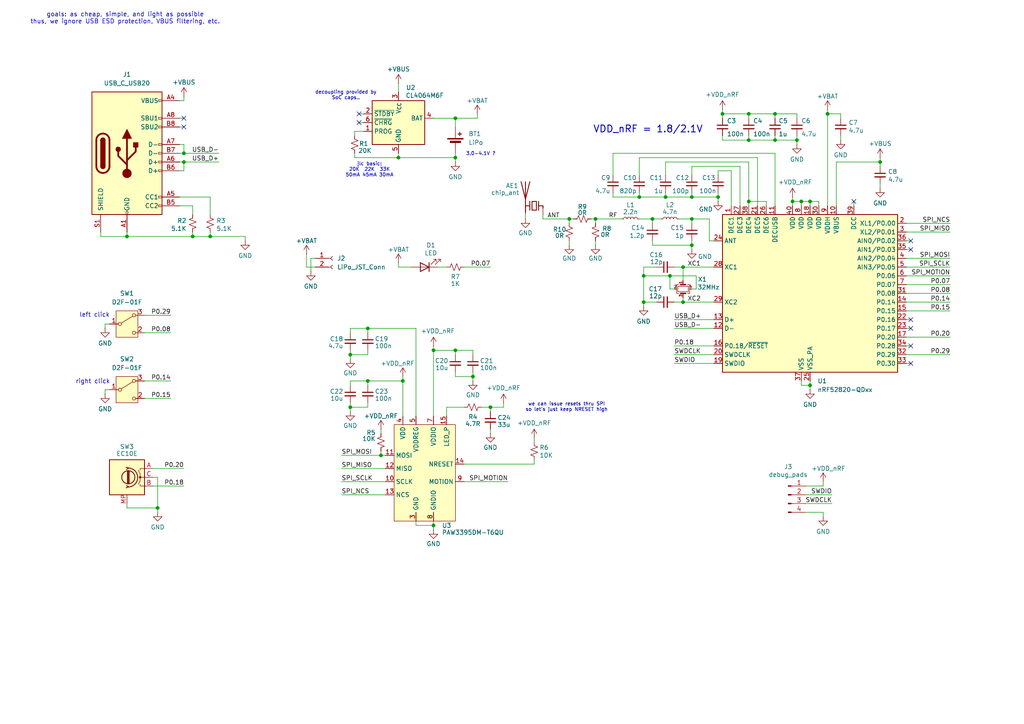
<source format=kicad_sch>
(kicad_sch (version 20250114) (generator "eeschema") (generator_version "9.0")
  (paper "A4")
  (text "goals: as cheap, simple, and light as possible\nthus, we ignore USB ESD protection, VBUS filtering, etc." (at 36.322 5.334 0) (effects (font (size 1.27 1.27))))
  (text "VDD_nRF = 1.8/2.1V" (at 187.96 37.592 0) (effects (font (size 2 2) (thickness 0.254) (bold yes))))
  (text "we can issue resets thru SPI\nso let's just keep NRESET high" (at 164.338 118.11 0) (effects (font (size 1 1))))
  (text "3.0-4.1V ?" (at 139.446 44.704 0) (effects (font (size 1 1))))
  (text "left click" (at 27.432 91.44 0) (effects (font (size 1.27 1.27))))
  (text "decoupling provided by\nSoC caps.." (at 100.33 27.686 0) (effects (font (size 1 1))))
  (text "jlc basic:\n20K  22K  33K\n50mA 45mA 30mA" (at 107.188 49.276 0) (effects (font (size 1 1))))
  (text "right click" (at 26.924 110.744 0) (effects (font (size 1.27 1.27))))
  (junction (at 101.6 102.87))
  (junction (at 110.49 132.08))
  (junction (at 232.41 58.42))
  (junction (at 55.88 68.58))
  (junction (at 36.83 68.58))
  (junction (at 132.08 45.72))
  (junction (at 53.34 44.45))
  (junction (at 45.72 147.32))
  (junction (at 186.69 87.63))
  (junction (at 209.55 33.02))
  (junction (at 208.28 57.15))
  (junction (at 193.04 57.15))
  (junction (at 125.73 101.6))
  (junction (at 240.03 33.02))
  (junction (at 53.34 46.99))
  (junction (at 106.68 110.49))
  (junction (at 200.66 63.5))
  (junction (at 198.12 77.47))
  (junction (at 172.72 63.5))
  (junction (at 142.24 118.11))
  (junction (at 234.95 111.76))
  (junction (at 229.87 58.42))
  (junction (at 217.17 33.02))
  (junction (at 200.66 71.12))
  (junction (at 217.17 40.64))
  (junction (at 185.42 57.15))
  (junction (at 101.6 118.11))
  (junction (at 125.73 152.4))
  (junction (at 132.08 34.29))
  (junction (at 234.95 58.42))
  (junction (at 186.69 80.01))
  (junction (at 224.79 40.64))
  (junction (at 60.96 68.58))
  (junction (at 116.84 110.49))
  (junction (at 200.66 57.15))
  (junction (at 132.08 101.6))
  (junction (at 165.1 63.5))
  (junction (at 224.79 33.02))
  (junction (at 189.23 63.5))
  (junction (at 137.16 109.22))
  (junction (at 198.12 87.63))
  (junction (at 106.68 95.25))
  (junction (at 231.14 40.64))
  (junction (at 255.27 46.99))
  (junction (at 194.31 80.01))
  (junction (at 217.17 58.42))
  (junction (at 115.57 45.72))
  (no_connect (at 264.16 92.71))
  (no_connect (at 53.34 34.29))
  (no_connect (at 264.16 105.41))
  (no_connect (at 264.16 95.25))
  (no_connect (at 53.34 36.83))
  (no_connect (at 247.65 58.42))
  (no_connect (at 264.16 69.85))
  (no_connect (at 104.14 35.56))
  (no_connect (at 104.14 33.02))
  (no_connect (at 264.16 100.33))
  (no_connect (at 264.16 72.39))
  (wire (pts (xy 157.48 63.5) (xy 165.1 63.5)))
  (wire (pts (xy 200.66 57.15) (xy 208.28 57.15)))
  (wire (pts (xy 224.79 40.64) (xy 231.14 40.64)))
  (wire (pts (xy 154.94 134.62) (xy 154.94 133.35)))
  (wire (pts (xy 219.71 45.72) (xy 219.71 59.69)))
  (wire (pts (xy 31.75 93.98) (xy 30.48 93.98)))
  (wire (pts (xy 60.96 68.58) (xy 71.12 68.58)))
  (wire (pts (xy 106.68 95.25) (xy 120.65 95.25)))
  (wire (pts (xy 52.07 29.21) (xy 53.34 29.21)))
  (wire (pts (xy 195.58 87.63) (xy 198.12 87.63)))
  (wire (pts (xy 44.45 135.89) (xy 53.34 135.89)))
  (wire (pts (xy 101.6 101.6) (xy 101.6 102.87)))
  (wire (pts (xy 222.25 59.69) (xy 222.25 58.42)))
  (wire (pts (xy 138.43 34.29) (xy 138.43 33.02)))
  (wire (pts (xy 101.6 96.52) (xy 101.6 95.25)))
  (wire (pts (xy 201.93 83.82) (xy 200.66 83.82)))
  (wire (pts (xy 137.16 107.95) (xy 137.16 109.22)))
  (wire (pts (xy 201.93 80.01) (xy 194.31 80.01)))
  (wire (pts (xy 242.57 46.99) (xy 242.57 59.69)))
  (wire (pts (xy 185.42 63.5) (xy 189.23 63.5)))
  (wire (pts (xy 208.28 57.15) (xy 208.28 58.42)))
  (wire (pts (xy 137.16 102.87) (xy 137.16 101.6)))
  (wire (pts (xy 200.66 69.85) (xy 200.66 71.12)))
  (wire (pts (xy 116.84 110.49) (xy 116.84 120.65)))
  (wire (pts (xy 171.45 63.5) (xy 172.72 63.5)))
  (wire (pts (xy 233.68 140.97) (xy 238.76 140.97)))
  (wire (pts (xy 53.34 41.91) (xy 53.34 44.45)))
  (wire (pts (xy 262.89 80.01) (xy 275.59 80.01)))
  (wire (pts (xy 41.91 115.57) (xy 49.53 115.57)))
  (wire (pts (xy 208.28 55.88) (xy 208.28 57.15)))
  (wire (pts (xy 106.68 110.49) (xy 116.84 110.49)))
  (wire (pts (xy 196.85 63.5) (xy 200.66 63.5)))
  (wire (pts (xy 36.83 146.05) (xy 36.83 147.32)))
  (wire (pts (xy 115.57 44.45) (xy 115.57 45.72)))
  (wire (pts (xy 186.69 87.63) (xy 190.5 87.63)))
  (wire (pts (xy 198.12 87.63) (xy 198.12 86.36)))
  (wire (pts (xy 132.08 107.95) (xy 132.08 109.22)))
  (wire (pts (xy 217.17 46.99) (xy 217.17 58.42)))
  (wire (pts (xy 185.42 57.15) (xy 193.04 57.15)))
  (wire (pts (xy 53.34 27.94) (xy 53.34 29.21)))
  (wire (pts (xy 104.14 35.56) (xy 105.41 35.56)))
  (wire (pts (xy 55.88 67.31) (xy 55.88 68.58)))
  (wire (pts (xy 115.57 77.47) (xy 115.57 76.2)))
  (wire (pts (xy 104.14 33.02) (xy 105.41 33.02)))
  (wire (pts (xy 132.08 109.22) (xy 137.16 109.22)))
  (wire (pts (xy 129.54 118.11) (xy 134.62 118.11)))
  (wire (pts (xy 157.48 63.5) (xy 157.48 62.23)))
  (wire (pts (xy 262.89 92.71) (xy 264.16 92.71)))
  (wire (pts (xy 90.17 74.93) (xy 90.17 78.74)))
  (wire (pts (xy 172.72 63.5) (xy 180.34 63.5)))
  (wire (pts (xy 200.66 72.39) (xy 200.66 71.12)))
  (wire (pts (xy 240.03 33.02) (xy 240.03 59.69)))
  (wire (pts (xy 127 77.47) (xy 129.54 77.47)))
  (wire (pts (xy 232.41 58.42) (xy 229.87 58.42)))
  (wire (pts (xy 102.87 45.72) (xy 115.57 45.72)))
  (wire (pts (xy 234.95 110.49) (xy 234.95 111.76)))
  (wire (pts (xy 195.58 100.33) (xy 207.01 100.33)))
  (wire (pts (xy 231.14 33.02) (xy 231.14 34.29)))
  (wire (pts (xy 262.89 72.39) (xy 264.16 72.39)))
  (wire (pts (xy 193.04 46.99) (xy 193.04 50.8)))
  (wire (pts (xy 186.69 77.47) (xy 186.69 80.01)))
  (wire (pts (xy 217.17 39.37) (xy 217.17 40.64)))
  (wire (pts (xy 231.14 40.64) (xy 231.14 41.91)))
  (wire (pts (xy 209.55 31.75) (xy 209.55 33.02)))
  (wire (pts (xy 186.69 80.01) (xy 186.69 87.63)))
  (wire (pts (xy 242.57 46.99) (xy 255.27 46.99)))
  (wire (pts (xy 134.62 77.47) (xy 142.24 77.47)))
  (wire (pts (xy 125.73 100.33) (xy 125.73 101.6)))
  (wire (pts (xy 53.34 46.99) (xy 63.5 46.99)))
  (wire (pts (xy 177.8 44.45) (xy 177.8 50.8)))
  (wire (pts (xy 262.89 67.31) (xy 275.59 67.31)))
  (wire (pts (xy 142.24 125.73) (xy 142.24 124.46)))
  (wire (pts (xy 209.55 33.02) (xy 217.17 33.02)))
  (wire (pts (xy 262.89 74.93) (xy 275.59 74.93)))
  (wire (pts (xy 234.95 111.76) (xy 234.95 113.03)))
  (wire (pts (xy 91.44 77.47) (xy 88.9 77.47)))
  (wire (pts (xy 234.95 58.42) (xy 234.95 59.69)))
  (wire (pts (xy 232.41 111.76) (xy 234.95 111.76)))
  (wire (pts (xy 101.6 118.11) (xy 106.68 118.11)))
  (wire (pts (xy 185.42 45.72) (xy 185.42 50.8)))
  (wire (pts (xy 120.65 152.4) (xy 125.73 152.4)))
  (wire (pts (xy 200.66 48.26) (xy 200.66 50.8)))
  (wire (pts (xy 209.55 39.37) (xy 209.55 40.64)))
  (wire (pts (xy 41.91 110.49) (xy 49.53 110.49)))
  (wire (pts (xy 217.17 33.02) (xy 217.17 34.29)))
  (wire (pts (xy 165.1 64.77) (xy 165.1 63.5)))
  (wire (pts (xy 52.07 36.83) (xy 53.34 36.83)))
  (wire (pts (xy 207.01 87.63) (xy 198.12 87.63)))
  (wire (pts (xy 247.65 58.42) (xy 247.65 59.69)))
  (wire (pts (xy 194.31 83.82) (xy 194.31 80.01)))
  (wire (pts (xy 224.79 33.02) (xy 224.79 34.29)))
  (wire (pts (xy 189.23 69.85) (xy 189.23 71.12)))
  (wire (pts (xy 132.08 101.6) (xy 125.73 101.6)))
  (wire (pts (xy 99.06 139.7) (xy 111.76 139.7)))
  (wire (pts (xy 99.06 135.89) (xy 111.76 135.89)))
  (wire (pts (xy 200.66 55.88) (xy 200.66 57.15)))
  (wire (pts (xy 52.07 41.91) (xy 53.34 41.91)))
  (wire (pts (xy 224.79 33.02) (xy 231.14 33.02)))
  (wire (pts (xy 91.44 74.93) (xy 90.17 74.93)))
  (wire (pts (xy 31.75 113.03) (xy 30.48 113.03)))
  (wire (pts (xy 137.16 101.6) (xy 132.08 101.6)))
  (wire (pts (xy 232.41 110.49) (xy 232.41 111.76)))
  (wire (pts (xy 262.89 87.63) (xy 275.59 87.63)))
  (wire (pts (xy 101.6 110.49) (xy 101.6 111.76)))
  (wire (pts (xy 120.65 120.65) (xy 120.65 95.25)))
  (wire (pts (xy 30.48 113.03) (xy 30.48 114.3)))
  (wire (pts (xy 52.07 59.69) (xy 55.88 59.69)))
  (wire (pts (xy 229.87 58.42) (xy 229.87 59.69)))
  (wire (pts (xy 224.79 39.37) (xy 224.79 40.64)))
  (wire (pts (xy 142.24 118.11) (xy 142.24 119.38)))
  (wire (pts (xy 132.08 45.72) (xy 132.08 46.99)))
  (wire (pts (xy 201.93 83.82) (xy 201.93 80.01)))
  (wire (pts (xy 129.54 118.11) (xy 129.54 120.65)))
  (wire (pts (xy 200.66 63.5) (xy 205.74 63.5)))
  (wire (pts (xy 205.74 69.85) (xy 207.01 69.85)))
  (wire (pts (xy 233.68 148.59) (xy 238.76 148.59)))
  (wire (pts (xy 195.58 77.47) (xy 198.12 77.47)))
  (wire (pts (xy 101.6 102.87) (xy 106.68 102.87)))
  (wire (pts (xy 134.62 134.62) (xy 154.94 134.62)))
  (wire (pts (xy 41.91 96.52) (xy 49.53 96.52)))
  (wire (pts (xy 101.6 95.25) (xy 106.68 95.25)))
  (wire (pts (xy 243.84 40.64) (xy 243.84 39.37)))
  (wire (pts (xy 172.72 63.5) (xy 172.72 64.77)))
  (wire (pts (xy 154.94 127) (xy 154.94 128.27)))
  (wire (pts (xy 224.79 59.69) (xy 224.79 44.45)))
  (wire (pts (xy 217.17 59.69) (xy 217.17 58.42)))
  (wire (pts (xy 52.07 57.15) (xy 60.96 57.15)))
  (wire (pts (xy 207.01 77.47) (xy 198.12 77.47)))
  (wire (pts (xy 53.34 44.45) (xy 63.5 44.45)))
  (wire (pts (xy 99.06 143.51) (xy 111.76 143.51)))
  (wire (pts (xy 208.28 49.53) (xy 208.28 50.8)))
  (wire (pts (xy 262.89 77.47) (xy 275.59 77.47)))
  (wire (pts (xy 232.41 58.42) (xy 234.95 58.42)))
  (wire (pts (xy 193.04 55.88) (xy 193.04 57.15)))
  (wire (pts (xy 195.58 95.25) (xy 207.01 95.25)))
  (wire (pts (xy 186.69 77.47) (xy 190.5 77.47)))
  (wire (pts (xy 212.09 49.53) (xy 208.28 49.53)))
  (wire (pts (xy 209.55 33.02) (xy 209.55 34.29)))
  (wire (pts (xy 217.17 33.02) (xy 224.79 33.02)))
  (wire (pts (xy 132.08 34.29) (xy 138.43 34.29)))
  (wire (pts (xy 177.8 55.88) (xy 177.8 57.15)))
  (wire (pts (xy 125.73 34.29) (xy 132.08 34.29)))
  (wire (pts (xy 110.49 130.81) (xy 110.49 132.08)))
  (wire (pts (xy 106.68 95.25) (xy 106.68 96.52)))
  (wire (pts (xy 132.08 34.29) (xy 132.08 36.83)))
  (wire (pts (xy 55.88 59.69) (xy 55.88 62.23)))
  (wire (pts (xy 116.84 109.22) (xy 116.84 110.49)))
  (wire (pts (xy 177.8 57.15) (xy 185.42 57.15)))
  (wire (pts (xy 53.34 46.99) (xy 53.34 49.53)))
  (wire (pts (xy 240.03 31.75) (xy 240.03 33.02)))
  (wire (pts (xy 52.07 44.45) (xy 53.34 44.45)))
  (wire (pts (xy 243.84 33.02) (xy 243.84 34.29)))
  (wire (pts (xy 36.83 147.32) (xy 45.72 147.32)))
  (wire (pts (xy 106.68 116.84) (xy 106.68 118.11)))
  (wire (pts (xy 132.08 102.87) (xy 132.08 101.6)))
  (wire (pts (xy 200.66 63.5) (xy 200.66 64.77)))
  (wire (pts (xy 125.73 151.13) (xy 125.73 152.4)))
  (wire (pts (xy 262.89 85.09) (xy 275.59 85.09)))
  (wire (pts (xy 110.49 124.46) (xy 110.49 125.73)))
  (wire (pts (xy 60.96 57.15) (xy 60.96 62.23)))
  (wire (pts (xy 195.58 92.71) (xy 207.01 92.71)))
  (wire (pts (xy 125.73 152.4) (xy 125.73 153.67)))
  (wire (pts (xy 237.49 58.42) (xy 237.49 59.69)))
  (wire (pts (xy 102.87 44.45) (xy 102.87 45.72)))
  (wire (pts (xy 106.68 110.49) (xy 106.68 111.76)))
  (wire (pts (xy 146.05 118.11) (xy 146.05 116.84)))
  (wire (pts (xy 198.12 77.47) (xy 198.12 81.28)))
  (wire (pts (xy 60.96 67.31) (xy 60.96 68.58)))
  (wire (pts (xy 231.14 39.37) (xy 231.14 40.64)))
  (wire (pts (xy 186.69 80.01) (xy 194.31 80.01)))
  (wire (pts (xy 262.89 82.55) (xy 275.59 82.55)))
  (wire (pts (xy 99.06 132.08) (xy 110.49 132.08)))
  (wire (pts (xy 233.68 146.05) (xy 241.3 146.05)))
  (wire (pts (xy 262.89 69.85) (xy 264.16 69.85)))
  (wire (pts (xy 52.07 46.99) (xy 53.34 46.99)))
  (wire (pts (xy 240.03 33.02) (xy 243.84 33.02)))
  (wire (pts (xy 45.72 138.43) (xy 45.72 147.32)))
  (wire (pts (xy 101.6 116.84) (xy 101.6 118.11)))
  (wire (pts (xy 238.76 139.7) (xy 238.76 140.97)))
  (wire (pts (xy 101.6 119.38) (xy 101.6 118.11)))
  (wire (pts (xy 45.72 147.32) (xy 45.72 148.59)))
  (wire (pts (xy 262.89 64.77) (xy 275.59 64.77)))
  (wire (pts (xy 137.16 109.22) (xy 137.16 110.49)))
  (wire (pts (xy 30.48 93.98) (xy 30.48 95.25)))
  (wire (pts (xy 120.65 151.13) (xy 120.65 152.4)))
  (wire (pts (xy 106.68 101.6) (xy 106.68 102.87)))
  (wire (pts (xy 214.63 48.26) (xy 200.66 48.26)))
  (wire (pts (xy 142.24 118.11) (xy 146.05 118.11)))
  (wire (pts (xy 205.74 63.5) (xy 205.74 69.85)))
  (wire (pts (xy 139.7 118.11) (xy 142.24 118.11)))
  (wire (pts (xy 134.62 139.7) (xy 147.32 139.7)))
  (wire (pts (xy 172.72 69.85) (xy 172.72 71.12)))
  (wire (pts (xy 185.42 45.72) (xy 219.71 45.72)))
  (wire (pts (xy 195.58 102.87) (xy 207.01 102.87)))
  (wire (pts (xy 119.38 77.47) (xy 115.57 77.47)))
  (wire (pts (xy 255.27 45.72) (xy 255.27 46.99)))
  (wire (pts (xy 185.42 55.88) (xy 185.42 57.15)))
  (wire (pts (xy 105.41 38.1) (xy 102.87 38.1)))
  (wire (pts (xy 232.41 59.69) (xy 232.41 58.42)))
  (wire (pts (xy 195.58 105.41) (xy 207.01 105.41)))
  (wire (pts (xy 193.04 46.99) (xy 217.17 46.99)))
  (wire (pts (xy 233.68 143.51) (xy 241.3 143.51)))
  (wire (pts (xy 193.04 57.15) (xy 200.66 57.15)))
  (wire (pts (xy 262.89 95.25) (xy 264.16 95.25)))
  (wire (pts (xy 224.79 44.45) (xy 177.8 44.45)))
  (wire (pts (xy 71.12 68.58) (xy 71.12 69.85)))
  (wire (pts (xy 41.91 91.44) (xy 49.53 91.44)))
  (wire (pts (xy 52.07 49.53) (xy 53.34 49.53)))
  (wire (pts (xy 44.45 138.43) (xy 45.72 138.43)))
  (wire (pts (xy 189.23 63.5) (xy 189.23 64.77)))
  (wire (pts (xy 262.89 102.87) (xy 275.59 102.87)))
  (wire (pts (xy 194.31 83.82) (xy 195.58 83.82)))
  (wire (pts (xy 52.07 34.29) (xy 53.34 34.29)))
  (wire (pts (xy 238.76 148.59) (xy 238.76 149.86)))
  (wire (pts (xy 262.89 105.41) (xy 264.16 105.41)))
  (wire (pts (xy 214.63 59.69) (xy 214.63 48.26)))
  (wire (pts (xy 29.21 67.31) (xy 29.21 68.58)))
  (wire (pts (xy 189.23 71.12) (xy 200.66 71.12)))
  (wire (pts (xy 44.45 140.97) (xy 53.34 140.97)))
  (wire (pts (xy 217.17 40.64) (xy 224.79 40.64)))
  (wire (pts (xy 132.08 44.45) (xy 132.08 45.72)))
  (wire (pts (xy 189.23 63.5) (xy 191.77 63.5)))
  (wire (pts (xy 101.6 110.49) (xy 106.68 110.49)))
  (wire (pts (xy 186.69 87.63) (xy 186.69 88.9)))
  (wire (pts (xy 262.89 100.33) (xy 264.16 100.33)))
  (wire (pts (xy 102.87 38.1) (xy 102.87 39.37)))
  (wire (pts (xy 29.21 68.58) (xy 36.83 68.58)))
  (wire (pts (xy 262.89 90.17) (xy 275.59 90.17)))
  (wire (pts (xy 101.6 102.87) (xy 101.6 104.14)))
  (wire (pts (xy 110.49 132.08) (xy 111.76 132.08)))
  (wire (pts (xy 88.9 73.66) (xy 88.9 77.47)))
  (wire (pts (xy 165.1 69.85) (xy 165.1 71.12)))
  (wire (pts (xy 125.73 101.6) (xy 125.73 120.65)))
  (wire (pts (xy 234.95 58.42) (xy 237.49 58.42)))
  (wire (pts (xy 55.88 68.58) (xy 60.96 68.58)))
  (wire (pts (xy 212.09 49.53) (xy 212.09 59.69)))
  (wire (pts (xy 229.87 57.15) (xy 229.87 58.42)))
  (wire (pts (xy 115.57 45.72) (xy 132.08 45.72)))
  (wire (pts (xy 36.83 67.31) (xy 36.83 68.58)))
  (wire (pts (xy 36.83 68.58) (xy 55.88 68.58)))
  (wire (pts (xy 115.57 24.13) (xy 115.57 26.67)))
  (wire (pts (xy 255.27 46.99) (xy 255.27 48.26)))
  (wire (pts (xy 255.27 54.61) (xy 255.27 53.34)))
  (wire (pts (xy 209.55 40.64) (xy 217.17 40.64)))
  (wire (pts (xy 262.89 97.79) (xy 275.59 97.79)))
  (wire (pts (xy 222.25 58.42) (xy 217.17 58.42)))
  (wire (pts (xy 165.1 63.5) (xy 166.37 63.5)))
  (wire (pts (xy 152.4 62.23) (xy 152.4 63.5)))
  (label "P0.07" (at 275.59 82.55 180))
  (label "SPI_NCS" (at 275.59 64.77 180))
  (label "USB_D+" (at 195.58 92.71 0))
  (label "RF" (at 176.53 63.5 0))
  (label "P0.18" (at 195.58 100.33 0))
  (label "SPI_MISO" (at 99.06 135.89 0))
  (label "P0.20" (at 53.34 135.89 180))
  (label "USB_D-" (at 195.58 95.25 0))
  (label "P0.08" (at 49.53 96.52 180))
  (label "SWDIO" (at 241.3 143.51 180))
  (label "SPI_MOTION" (at 147.32 139.7 180))
  (label "P0.18" (at 53.34 140.97 180))
  (label "ANT" (at 158.75 63.5 0))
  (label "P0.15" (at 49.53 115.57 180))
  (label "SWDCLK" (at 195.58 102.87 0))
  (label "P0.14" (at 49.53 110.49 180))
  (label "SPI_MOSI" (at 99.06 132.08 0))
  (label "P0.29" (at 49.53 91.44 180))
  (label "P0.20" (at 275.59 97.79 180))
  (label "P0.29" (at 275.59 102.87 180))
  (label "SPI_MOSI" (at 275.59 74.93 180))
  (label "SPI_SCLK" (at 275.59 77.47 180))
  (label "SPI_MOTION" (at 275.59 80.01 180))
  (label "P0.07" (at 142.24 77.47 180))
  (label "XC2" (at 199.39 87.63 0))
  (label "USB_D+" (at 63.5 46.99 180))
  (label "P0.15" (at 275.59 90.17 180))
  (label "P0.14" (at 275.59 87.63 180))
  (label "USB_D-" (at 63.5 44.45 180))
  (label "SPI_MISO" (at 275.59 67.31 180))
  (label "P0.08" (at 275.59 85.09 180))
  (label "SWDCLK" (at 241.3 146.05 180))
  (label "SPI_SCLK" (at 99.06 139.7 0))
  (label "SPI_NCS" (at 99.06 143.51 0))
  (label "SWDIO" (at 195.58 105.41 0))
  (label "XC1" (at 199.39 77.47 0))
  (symbol (lib_id "power:GND") (at 255.27 54.61 0) (unit 1)
    (property "Reference" "#PWR011" (effects (hide yes)))
    (property "Value" "GND" (at 255.27 58.928 0))
    (property "Description" "Power symbol creates a global label with name \"GND\" , ground" (effects (hide yes)))
  )
  (symbol (lib_id "Device:R_Small_US") (at 110.49 128.27 0) (mirror y) (unit 1)
    (property "Reference" "R5" (at 108.966 125.476 0) (effects (justify left)))
    (property "Value" "10K" (at 108.966 127.254 0) (effects (justify left)))
    (property "Footprint" "Resistor_SMD:R_0402_1005Metric" (effects (hide yes)))
    (property "Description" "Resistor, small US symbol" (effects (hide yes)))
    (property "LCSC P/N" "C25744" (effects (hide yes)))
    (property "Basic" "Y" (effects (hide yes)))
  )
  (symbol (lib_id "power:GND") (at 243.84 40.64 0) (unit 1)
    (property "Reference" "#PWR07" (effects (hide yes)))
    (property "Value" "GND" (at 243.84 44.958 0))
    (property "Description" "Power symbol creates a global label with name \"GND\" , ground" (effects (hide yes)))
  )
  (symbol (lib_id "power:GND") (at 200.66 72.39 0) (unit 1)
    (property "Reference" "#PWR015" (effects (hide yes)))
    (property "Value" "GND" (at 204.47 74.422 0))
    (property "Description" "Power symbol creates a global label with name \"GND\" , ground" (effects (hide yes)))
  )
  (symbol (lib_id "custom:CL4064M6F") (at 115.57 35.56 0) (unit 1)
    (property "Reference" "U2" (at 119.126 25.4 0))
    (property "Value" "CL4064M6F" (at 123.19 27.686 0))
    (property "Footprint" "Package_DFN_QFN:DFN-6-1EP_2x2mm_P0.65mm_EP1x1.6mm" (effects (hide yes)))
    (property "LCSC P/N" "C5297631" (effects (hide yes)))
    (property "Basic" "N" (effects (hide yes)))
  )
  (symbol (lib_id "Device:C_Small") (at 200.66 53.34 0) (mirror y) (unit 1)
    (property "Reference" "C12" (at 199.898 51.562 0) (effects (justify left)))
    (property "Value" "100p" (at 199.898 55.372 0) (effects (justify left)))
    (property "Footprint" "Capacitor_SMD:C_0402_1005Metric" (effects (hide yes)))
    (property "Description" "Unpolarized capacitor, small symbol" (effects (hide yes)))
    (property "LCSC P/N" "C1546" (effects (hide yes)))
    (property "Basic" "Y" (effects (hide yes)))
  )
  (symbol (lib_id "Device:C_Small") (at 142.24 121.92 0) (unit 1)
    (property "Reference" "C24" (at 144.272 121.158 0) (effects (justify left)))
    (property "Value" "33u" (at 144.272 123.19 0) (effects (justify left)))
    (property "Footprint" "Capacitor_SMD:C_0805_2012Metric" (effects (hide yes)))
    (property "Description" "Unpolarized capacitor, small symbol" (effects (hide yes)))
    (property "LCSC P/N" "C342635" (effects (hide yes)))
    (property "Basic" "N" (effects (hide yes)))
  )
  (symbol (lib_id "power:GND") (at 152.4 63.5 0) (unit 1)
    (property "Reference" "#PWR035" (effects (hide yes)))
    (property "Value" "GND" (at 152.4 67.564 0))
    (property "Description" "Power symbol creates a global label with name \"GND\" , ground" (effects (hide yes)))
  )
  (symbol (lib_id "power:GND") (at 238.76 149.86 0) (unit 1)
    (property "Reference" "#PWR028" (effects (hide yes)))
    (property "Value" "GND" (at 238.76 154.178 0))
    (property "Description" "Power symbol creates a global label with name \"GND\" , ground" (effects (hide yes)))
  )
  (symbol (lib_id "power:VDD") (at 116.84 109.22 0) (unit 1)
    (property "Reference" "#PWR022" (effects (hide yes)))
    (property "Value" "+VDD_nRF" (at 115.316 105.41 0))
    (property "Description" "Power symbol creates a global label with name \"VDD\"" (effects (hide yes)))
  )
  (symbol (lib_id "Switch:SW_SPDT_312") (at 36.83 93.98 0) (unit 1) (in_bom no)
    (property "Reference" "SW1" (at 36.83 85.09 0))
    (property "Value" "D2F-01F" (at 36.83 87.63 0))
    (property "Footprint" "custom:SW_D2F-01F_OMR" (effects (hide yes)))
    (property "Description" "Switch, single pole double throw" (effects (hide yes)))
  )
  (symbol (lib_id "Device:R_Small_US") (at 168.91 63.5 90) (unit 1) (in_bom no)
    (property "Reference" "R9" (at 168.91 59.944 90))
    (property "Value" "0R" (at 168.91 61.722 90))
    (property "Footprint" "Resistor_SMD:R_0201_0603Metric" (effects (hide yes)))
    (property "Description" "Resistor, small US symbol" (effects (hide yes)))
    (property "LCSC P/N" "C17168" (effects (hide yes)))
    (property "Basic" "Y" (effects (hide yes)))
  )
  (symbol (lib_id "power:+BATT") (at 138.43 33.02 0) (unit 1)
    (property "Reference" "#PWR03" (effects (hide yes)))
    (property "Value" "+VBAT" (at 138.43 29.21 0))
    (property "Description" "Power symbol creates a global label with name \"+BATT\"" (effects (hide yes)))
  )
  (symbol (lib_id "power:GND") (at 231.14 41.91 0) (unit 1)
    (property "Reference" "#PWR08" (effects (hide yes)))
    (property "Value" "GND" (at 231.14 46.228 0))
    (property "Description" "Power symbol creates a global label with name \"GND\" , ground" (effects (hide yes)))
  )
  (symbol (lib_id "Device:C_Small") (at 189.23 67.31 0) (mirror y) (unit 1)
    (property "Reference" "C14" (at 186.944 66.04 0) (effects (justify left)))
    (property "Value" "1.2p" (at 186.944 68.326 0) (effects (justify left)))
    (property "Footprint" "Capacitor_SMD:C_0201_0603Metric" (effects (hide yes)))
    (property "Description" "Unpolarized capacitor, small symbol" (effects (hide yes)))
    (property "LCSC P/N" "C326704" (effects (hide yes)))
    (property "Basic" "N" (effects (hide yes)))
  )
  (symbol (lib_id "power:VDD") (at 110.49 124.46 0) (unit 1)
    (property "Reference" "#PWR027" (effects (hide yes)))
    (property "Value" "+VDD_nRF" (at 110.49 120.65 0))
    (property "Description" "Power symbol creates a global label with name \"VDD\"" (effects (hide yes)))
  )
  (symbol (lib_id "custom:PAW3395DM-T6QU") (at 123.19 137.16 0) (unit 1) (in_bom no)
    (property "Reference" "U3" (at 129.54 152.4 0))
    (property "Value" "PAW3395DM-T6QU" (at 137.16 154.432 0))
    (property "Footprint" "custom:PIXART_SENSOR_Offset_16-PDIP" (effects (hide yes)))
    (property "Datasheet" "datasheet: confidential" (effects (hide yes)))
    (property "Description" "High-end low-power optical gaming mouse chip designed with enhanced features of high speed, high resolution and high accuracy" (effects (hide yes)))
  )
  (symbol (lib_id "power:GND") (at 125.73 153.67 0) (unit 1)
    (property "Reference" "#PWR031" (effects (hide yes)))
    (property "Value" "GND" (at 125.73 157.734 0))
    (property "Description" "Power symbol creates a global label with name \"GND\" , ground" (effects (hide yes)))
  )
  (symbol (lib_id "Device:C_Small") (at 193.04 87.63 90) (unit 1)
    (property "Reference" "C17" (at 192.024 83.82 90) (effects (justify left)))
    (property "Value" "12p" (at 192.024 85.852 90) (effects (justify left)))
    (property "Footprint" "Capacitor_SMD:C_0402_1005Metric" (effects (hide yes)))
    (property "LCSC P/N" "C1547" (effects (hide yes)))
    (property "Basic" "Y" (effects (hide yes)))
  )
  (symbol (lib_id "Device:C_Small") (at 224.79 36.83 0) (unit 1)
    (property "Reference" "C5" (at 225.806 35.052 0) (effects (justify left)))
    (property "Value" "1u" (at 225.806 38.862 0) (effects (justify left)))
    (property "Footprint" "Capacitor_SMD:C_0402_1005Metric" (effects (hide yes)))
    (property "Description" "Unpolarized capacitor, small symbol" (effects (hide yes)))
    (property "LCSC P/N" "C52923" (effects (hide yes)))
    (property "Basic" "Y" (effects (hide yes)))
  )
  (symbol (lib_id "power:+BATT") (at 240.03 31.75 0) (unit 1)
    (property "Reference" "#PWR05" (effects (hide yes)))
    (property "Value" "+VBAT" (at 240.03 27.94 0))
    (property "Description" "Power symbol creates a global label with name \"+BATT\"" (effects (hide yes)))
  )
  (symbol (lib_id "Device:C_Small") (at 101.6 99.06 0) (mirror y) (unit 1)
    (property "Reference" "C18" (at 99.568 98.298 0) (effects (justify left)))
    (property "Value" "4.7u" (at 99.568 100.33 0) (effects (justify left)))
    (property "Footprint" "Capacitor_SMD:C_0402_1005Metric" (effects (hide yes)))
    (property "Description" "Unpolarized capacitor, small symbol" (effects (hide yes)))
    (property "LCSC P/N" "C23733" (effects (hide yes)))
    (property "Basic" "Y" (effects (hide yes)))
  )
  (symbol (lib_id "power:GND") (at 45.72 148.59 0) (unit 1)
    (property "Reference" "#PWR034" (effects (hide yes)))
    (property "Value" "GND" (at 45.72 152.908 0))
    (property "Description" "Power symbol creates a global label with name \"GND\" , ground" (effects (hide yes)))
  )
  (symbol (lib_id "Device:C_Small") (at 106.68 114.3 0) (unit 1)
    (property "Reference" "C23" (at 108.712 113.538 0) (effects (justify left)))
    (property "Value" "100n" (at 108.712 115.57 0) (effects (justify left)))
    (property "Footprint" "Capacitor_SMD:C_0402_1005Metric" (effects (hide yes)))
    (property "Description" "Unpolarized capacitor, small symbol" (effects (hide yes)))
    (property "LCSC P/N" " C1525" (effects (hide yes)))
    (property "Basic" "Y" (effects (hide yes)))
  )
  (symbol (lib_id "Device:C_Small") (at 132.08 105.41 0) (mirror y) (unit 1)
    (property "Reference" "C20" (at 130.048 104.648 0) (effects (justify left)))
    (property "Value" "10u" (at 130.048 106.68 0) (effects (justify left)))
    (property "Footprint" "Capacitor_SMD:C_0603_1608Metric" (effects (hide yes)))
    (property "Description" "Unpolarized capacitor, small symbol" (effects (hide yes)))
    (property "LCSC P/N" "C19702" (effects (hide yes)))
    (property "Basic" "Y" (effects (hide yes)))
  )
  (symbol (lib_id "Device:R_Small_US") (at 172.72 67.31 0) (mirror y) (unit 1) (in_bom no)
    (property "Reference" "R8" (at 176.022 66.294 0))
    (property "Value" "0R" (at 175.514 68.072 0))
    (property "Footprint" "Resistor_SMD:R_0201_0603Metric" (effects (hide yes)))
    (property "Description" "Resistor, small US symbol" (effects (hide yes)))
    (property "LCSC P/N" "C17168" (effects (hide yes)))
    (property "Basic" "Y" (effects (hide yes)))
  )
  (symbol (lib_id "power:GND") (at 172.72 71.12 0) (unit 1)
    (property "Reference" "#PWR037" (effects (hide yes)))
    (property "Value" "GND" (at 172.72 74.93 0))
    (property "Description" "Power symbol creates a global label with name \"GND\" , ground" (effects (hide yes)))
  )
  (symbol (lib_id "power:GND") (at 142.24 125.73 0) (unit 1)
    (property "Reference" "#PWR029" (effects (hide yes)))
    (property "Value" "GND" (at 142.24 129.794 0))
    (property "Description" "Power symbol creates a global label with name \"GND\" , ground" (effects (hide yes)))
  )
  (symbol (lib_id "power:VDD") (at 209.55 31.75 0) (unit 1)
    (property "Reference" "#PWR04" (effects (hide yes)))
    (property "Value" "+VDD_nRF" (at 209.55 27.432 0))
    (property "Description" "Power symbol creates a global label with name \"VDD\"" (effects (hide yes)))
  )
  (symbol (lib_id "Connector:Conn_01x04_Pin") (at 228.6 143.51 0) (unit 1) (in_bom no)
    (property "Reference" "J3" (at 228.6 135.382 0))
    (property "Value" "debug_pads" (at 228.6 137.668 0))
    (property "Footprint" "custom:1x4_0.7mm_1.27mm_Test_Pads" (effects (hide yes)))
    (property "Description" "Generic connector, single row, 01x04, script generated" (effects (hide yes)))
  )
  (symbol (lib_id "power:GND") (at 30.48 95.25 0) (unit 1)
    (property "Reference" "#PWR016" (effects (hide yes)))
    (property "Value" "GND" (at 30.48 99.568 0))
    (property "Description" "Power symbol creates a global label with name \"GND\" , ground" (effects (hide yes)))
  )
  (symbol (lib_id "Device:C_Small") (at 255.27 50.8 0) (unit 1)
    (property "Reference" "C8" (at 257.556 49.784 0) (effects (justify left)))
    (property "Value" "4.7u" (at 257.556 52.07 0) (effects (justify left)))
    (property "Footprint" "Capacitor_SMD:C_0402_1005Metric" (effects (hide yes)))
    (property "Description" "Unpolarized capacitor, small symbol" (effects (hide yes)))
    (property "LCSC P/N" "C23733" (effects (hide yes)))
    (property "Basic" "Y" (effects (hide yes)))
  )
  (symbol (lib_id "Device:LED") (at 123.19 77.47 180) (unit 1)
    (property "Reference" "D1" (at 124.968 71.12 0))
    (property "Value" "LED" (at 124.968 73.406 0))
    (property "Footprint" "LED_SMD:LED_0603_1608Metric" (effects (hide yes)))
    (property "Description" "Light emitting diode" (effects (hide yes)))
    (property "Sim.Pins" "1=K 2=A" (effects (hide yes)))
    (property "LCSC P/N" "C2290" (effects (hide yes)))
    (property "Basic" "Y" (effects (hide yes)))
  )
  (symbol (lib_id "Device:C_Small") (at 185.42 53.34 0) (mirror y) (unit 1)
    (property "Reference" "C10" (at 184.658 51.562 0) (effects (justify left)))
    (property "Value" "820p" (at 184.658 55.372 0) (effects (justify left)))
    (property "Footprint" "Capacitor_SMD:C_0402_1005Metric" (effects (hide yes)))
    (property "Description" "Unpolarized capacitor, small symbol" (effects (hide yes)))
    (property "LCSC P/N" "C107031" (effects (hide yes)))
    (property "Basic" "N" (effects (hide yes)))
  )
  (symbol (lib_id "power:GND") (at 71.12 69.85 0) (unit 1)
    (property "Reference" "#PWR013" (effects (hide yes)))
    (property "Value" "GND" (at 71.12 74.168 0))
    (property "Description" "Power symbol creates a global label with name \"GND\" , ground" (effects (hide yes)))
  )
  (symbol (lib_id "Device:C_Small") (at 101.6 114.3 0) (mirror y) (unit 1)
    (property "Reference" "C22" (at 99.568 113.538 0) (effects (justify left)))
    (property "Value" "10u" (at 99.568 115.57 0) (effects (justify left)))
    (property "Footprint" "Capacitor_SMD:C_0603_1608Metric" (effects (hide yes)))
    (property "Description" "Unpolarized capacitor, small symbol" (effects (hide yes)))
    (property "LCSC P/N" "C19702" (effects (hide yes)))
    (property "Basic" "Y" (effects (hide yes)))
  )
  (symbol (lib_id "power:VBUS") (at 255.27 45.72 0) (unit 1)
    (property "Reference" "#PWR09" (effects (hide yes)))
    (property "Value" "+VBUS" (at 255.27 41.656 0))
    (property "Description" "Power symbol creates a global label with name \"VBUS\"" (effects (hide yes)))
  )
  (symbol (lib_id "Device:C_Small") (at 243.84 36.83 0) (unit 1)
    (property "Reference" "C7" (at 246.126 35.56 0) (effects (justify left)))
    (property "Value" "4.7u" (at 246.126 37.846 0) (effects (justify left)))
    (property "Footprint" "Capacitor_SMD:C_0402_1005Metric" (effects (hide yes)))
    (property "Description" "Unpolarized capacitor, small symbol" (effects (hide yes)))
    (property "LCSC P/N" "C23733" (effects (hide yes)))
    (property "Basic" "Y" (effects (hide yes)))
  )
  (symbol (lib_id "Device:C_Small") (at 177.8 53.34 0) (mirror y) (unit 1)
    (property "Reference" "C9" (at 177.038 51.562 0) (effects (justify left)))
    (property "Value" "4.7u" (at 177.038 55.372 0) (effects (justify left)))
    (property "Footprint" "Capacitor_SMD:C_0402_1005Metric" (effects (hide yes)))
    (property "Description" "Unpolarized capacitor, small symbol" (effects (hide yes)))
    (property "LCSC P/N" "C23733" (effects (hide yes)))
    (property "Basic" "Y" (effects (hide yes)))
  )
  (symbol (lib_id "power:GND") (at 186.69 88.9 0) (unit 1)
    (property "Reference" "#PWR017" (effects (hide yes)))
    (property "Value" "GND" (at 186.69 93.218 0))
    (property "Description" "Power symbol creates a global label with name \"GND\" , ground" (effects (hide yes)))
  )
  (symbol (lib_id "power:VDD") (at 154.94 127 0) (unit 1)
    (property "Reference" "#PWR030" (effects (hide yes)))
    (property "Value" "+VDD_nRF" (at 154.94 122.682 0))
    (property "Description" "Power symbol creates a global label with name \"VDD\"" (effects (hide yes)))
  )
  (symbol (lib_id "Device:C_Small") (at 137.16 105.41 0) (unit 1)
    (property "Reference" "C21" (at 139.192 104.648 0) (effects (justify left)))
    (property "Value" "100n" (at 139.192 106.68 0) (effects (justify left)))
    (property "Footprint" "Capacitor_SMD:C_0402_1005Metric" (effects (hide yes)))
    (property "Description" "Unpolarized capacitor, small symbol" (effects (hide yes)))
    (property "LCSC P/N" " C1525" (effects (hide yes)))
    (property "Basic" "Y" (effects (hide yes)))
  )
  (symbol (lib_id "Device:R_Small_US") (at 154.94 130.81 0) (unit 1)
    (property "Reference" "R6" (at 156.464 129.794 0) (effects (justify left)))
    (property "Value" "10K" (at 156.464 132.08 0) (effects (justify left)))
    (property "Footprint" "Resistor_SMD:R_0402_1005Metric" (effects (hide yes)))
    (property "Description" "Resistor, small US symbol" (effects (hide yes)))
    (property "LCSC P/N" "C25744" (effects (hide yes)))
    (property "Basic" "Y" (effects (hide yes)))
  )
  (symbol (lib_id "power:VDD") (at 125.73 100.33 0) (unit 1)
    (property "Reference" "#PWR020" (effects (hide yes)))
    (property "Value" "+VDD_nRF" (at 127 96.012 0))
    (property "Description" "Power symbol creates a global label with name \"VDD\"" (effects (hide yes)))
  )
  (symbol (lib_id "Device:R_Small_US") (at 165.1 67.31 0) (unit 1) (in_bom no)
    (property "Reference" "R10" (at 162.306 66.548 0))
    (property "Value" "0R" (at 162.306 68.326 0))
    (property "Footprint" "Resistor_SMD:R_0201_0603Metric" (effects (hide yes)))
    (property "Description" "Resistor, small US symbol" (effects (hide yes)))
    (property "LCSC P/N" "C17168" (effects (hide yes)))
    (property "Basic" "Y" (effects (hide yes)))
  )
  (symbol (lib_id "Device:L_Small") (at 194.31 63.5 90) (unit 1)
    (property "Reference" "L2" (at 194.31 59.436 90))
    (property "Value" "4.7n" (at 194.31 61.468 90))
    (property "Footprint" "Inductor_SMD:L_0201_0603Metric" (effects (hide yes)))
    (property "Description" "Inductor, small symbol" (effects (hide yes)))
    (property "LCSC P/N" "C86126" (effects (hide yes)))
    (property "Basic" "N" (effects (hide yes)))
  )
  (symbol (lib_id "Device:C_Small") (at 209.55 36.83 0) (unit 1)
    (property "Reference" "C3" (at 210.82 35.052 0) (effects (justify left)))
    (property "Value" "100n" (at 210.82 38.862 0) (effects (justify left)))
    (property "Footprint" "Capacitor_SMD:C_0402_1005Metric" (effects (hide yes)))
    (property "Description" "Unpolarized capacitor, small symbol" (effects (hide yes)))
    (property "LCSC P/N" " C1525" (effects (hide yes)))
    (property "Basic" "Y" (effects (hide yes)))
  )
  (symbol (lib_id "Device:C_Small") (at 193.04 53.34 0) (mirror y) (unit 1)
    (property "Reference" "C11" (at 192.278 51.562 0) (effects (justify left)))
    (property "Value" "1u" (at 192.278 55.372 0) (effects (justify left)))
    (property "Footprint" "Capacitor_SMD:C_0402_1005Metric" (effects (hide yes)))
    (property "Description" "Unpolarized capacitor, small symbol" (effects (hide yes)))
    (property "LCSC P/N" "C52923" (effects (hide yes)))
    (property "Basic" "Y" (effects (hide yes)))
  )
  (symbol (lib_id "power:GND") (at 137.16 110.49 0) (unit 1)
    (property "Reference" "#PWR023" (effects (hide yes)))
    (property "Value" "GND" (at 137.16 114.554 0))
    (property "Description" "Power symbol creates a global label with name \"GND\" , ground" (effects (hide yes)))
  )
  (symbol (lib_id "custom:USB_C_USB20") (at 36.83 44.45 0) (unit 1)
    (property "Reference" "J1" (at 36.83 21.59 0))
    (property "Value" "USB_C_USB20" (at 36.83 24.13 0))
    (property "Footprint" "custom:USB_C_Receptacle_GT-USB-7025" (effects (hide yes)))
    (property "Datasheet" "https://www.usb.org/sites/default/files/documents/usb_type-c.zip" (effects (hide yes)))
    (property "Description" "USB 2.0-only 16P Type-C Receptacle connector" (effects (hide yes)))
    (property "LCSC P/N" "C963213" (effects (hide yes)))
    (property "Basic" "N" (effects (hide yes)))
  )
  (symbol (lib_id "power:GND") (at 234.95 113.03 0) (unit 1)
    (property "Reference" "#PWR019" (effects (hide yes)))
    (property "Value" "GND" (at 234.95 117.348 0))
    (property "Description" "Power symbol creates a global label with name \"GND\" , ground" (effects (hide yes)))
  )
  (symbol (lib_id "power:GND") (at 101.6 119.38 0) (unit 1)
    (property "Reference" "#PWR026" (effects (hide yes)))
    (property "Value" "GND" (at 101.6 123.444 0))
    (property "Description" "Power symbol creates a global label with name \"GND\" , ground" (effects (hide yes)))
  )
  (symbol (lib_id "power:GND") (at 132.08 46.99 0) (unit 1)
    (property "Reference" "#PWR06" (effects (hide yes)))
    (property "Value" "GND" (at 132.08 51.308 0))
    (property "Description" "Power symbol creates a global label with name \"GND\" , ground" (effects (hide yes)))
  )
  (symbol (lib_id "power:VBUS") (at 115.57 24.13 0) (unit 1)
    (property "Reference" "#PWR01" (effects (hide yes)))
    (property "Value" "+VBUS" (at 115.57 20.066 0))
    (property "Description" "Power symbol creates a global label with name \"VBUS\"" (effects (hide yes)))
  )
  (symbol (lib_id "Device:C_Small") (at 193.04 77.47 90) (unit 1)
    (property "Reference" "C16" (at 192.278 73.914 90) (effects (justify left)))
    (property "Value" "12p" (at 192.278 75.946 90) (effects (justify left)))
    (property "Footprint" "Capacitor_SMD:C_0402_1005Metric" (effects (hide yes)))
    (property "LCSC P/N" "C1547" (effects (hide yes)))
    (property "Basic" "Y" (effects (hide yes)))
  )
  (symbol (lib_id "Device:C_Small") (at 106.68 99.06 0) (unit 1)
    (property "Reference" "C19" (at 108.712 98.298 0) (effects (justify left)))
    (property "Value" "100n" (at 108.712 100.33 0) (effects (justify left)))
    (property "Footprint" "Capacitor_SMD:C_0402_1005Metric" (effects (hide yes)))
    (property "Description" "Unpolarized capacitor, small symbol" (effects (hide yes)))
    (property "LCSC P/N" " C1525" (effects (hide yes)))
    (property "Basic" "Y" (effects (hide yes)))
  )
  (symbol (lib_id "power:GND") (at 101.6 104.14 0) (unit 1)
    (property "Reference" "#PWR021" (effects (hide yes)))
    (property "Value" "GND" (at 101.6 108.204 0))
    (property "Description" "Power symbol creates a global label with name \"GND\" , ground" (effects (hide yes)))
  )
  (symbol (lib_id "Device:Antenna_Chip") (at 154.94 59.69 0) (mirror y) (unit 1) (in_bom no)
    (property "Reference" "AE1" (at 150.368 53.848 0) (effects (justify left)))
    (property "Value" "chip_ant" (at 150.622 55.88 0) (effects (justify left)))
    (property "Footprint" "custom:5x3mm_Chip_Ant_Layout_Mirrored" (effects (hide yes)))
    (property "Description" "Ceramic chip antenna with pin for PCB trace" (effects (hide yes)))
  )
  (symbol (lib_id "power:GND") (at 90.17 78.74 0) (unit 1)
    (property "Reference" "#PWR033" (effects (hide yes)))
    (property "Value" "GND" (at 90.17 83.058 0))
    (property "Description" "Power symbol creates a global label with name \"GND\" , ground" (effects (hide yes)))
  )
  (symbol (lib_id "Device:R_Small_US") (at 60.96 64.77 0) (unit 1)
    (property "Reference" "R3" (at 62.738 64.008 0) (effects (justify left)))
    (property "Value" "5.1K" (at 62.738 66.294 0) (effects (justify left)))
    (property "Footprint" "Resistor_SMD:R_0402_1005Metric" (effects (hide yes)))
    (property "Description" "Resistor, small US symbol" (effects (hide yes)))
    (property "LCSC P/N" "C25905" (effects (hide yes)))
    (property "Basic" "Y" (effects (hide yes)))
  )
  (symbol (lib_id "power:GND") (at 30.48 114.3 0) (unit 1)
    (property "Reference" "#PWR018" (effects (hide yes)))
    (property "Value" "GND" (at 30.48 118.618 0))
    (property "Description" "Power symbol creates a global label with name \"GND\" , ground" (effects (hide yes)))
  )
  (symbol (lib_id "Device:L_Small") (at 182.88 63.5 90) (unit 1)
    (property "Reference" "L1" (at 182.88 59.436 90))
    (property "Value" "2.2n" (at 182.88 61.468 90))
    (property "Footprint" "Inductor_SMD:L_0201_0603Metric" (effects (hide yes)))
    (property "Description" "Inductor, small symbol" (effects (hide yes)))
    (property "LCSC P/N" "C98041" (effects (hide yes)))
    (property "Basic" "N" (effects (hide yes)))
  )
  (symbol (lib_id "Device:C_Small") (at 217.17 36.83 0) (unit 1)
    (property "Reference" "C4" (at 218.44 35.052 0) (effects (justify left)))
    (property "Value" "100n" (at 218.44 38.862 0) (effects (justify left)))
    (property "Footprint" "Capacitor_SMD:C_0402_1005Metric" (effects (hide yes)))
    (property "Description" "Unpolarized capacitor, small symbol" (effects (hide yes)))
    (property "LCSC P/N" " C1525" (effects (hide yes)))
    (property "Basic" "Y" (effects (hide yes)))
  )
  (symbol (lib_id "Device:R_Small_US") (at 102.87 41.91 0) (unit 1)
    (property "Reference" "R1" (at 104.14 41.656 0) (effects (justify left)))
    (property "Value" "20K" (at 103.886 43.688 0) (effects (justify left)))
    (property "Footprint" "Resistor_SMD:R_0402_1005Metric" (effects (hide yes)))
    (property "Description" "Resistor, small US symbol" (effects (hide yes)))
    (property "LCSC P/N" "C25765" (effects (hide yes)))
    (property "Basic" "Y" (effects (hide yes)))
  )
  (symbol (lib_id "Switch:SW_SPDT_312") (at 36.83 113.03 0) (unit 1) (in_bom no)
    (property "Reference" "SW2" (at 36.83 104.14 0))
    (property "Value" "D2F-01F" (at 36.83 106.68 0))
    (property "Footprint" "custom:SW_D2F-01F_OMR" (effects (hide yes)))
    (property "Description" "Switch, single pole double throw" (effects (hide yes)))
  )
  (symbol (lib_id "Device:C_Small") (at 208.28 53.34 0) (mirror y) (unit 1)
    (property "Reference" "C13" (at 207.518 51.562 0) (effects (justify left)))
    (property "Value" "100n" (at 207.772 55.372 0) (effects (justify left)))
    (property "Footprint" "Capacitor_SMD:C_0402_1005Metric" (effects (hide yes)))
    (property "Description" "Unpolarized capacitor, small symbol" (effects (hide yes)))
    (property "LCSC P/N" " C1525" (effects (hide yes)))
    (property "Basic" "Y" (effects (hide yes)))
  )
  (symbol (lib_id "power:+BATT") (at 115.57 76.2 0) (unit 1)
    (property "Reference" "#PWR010" (effects (hide yes)))
    (property "Value" "+VBAT" (at 115.57 72.39 0))
    (property "Description" "Power symbol creates a global label with name \"+BATT\"" (effects (hide yes)))
  )
  (symbol (lib_id "power:+BATT") (at 88.9 73.66 0) (unit 1)
    (property "Reference" "#PWR032" (effects (hide yes)))
    (property "Value" "+VBAT" (at 88.9 69.85 0))
    (property "Description" "Power symbol creates a global label with name \"+BATT\"" (effects (hide yes)))
  )
  (symbol (lib_id "power:GND") (at 208.28 58.42 0) (unit 1)
    (property "Reference" "#PWR014" (effects (hide yes)))
    (property "Value" "GND" (at 204.724 60.706 0))
    (property "Description" "Power symbol creates a global label with name \"GND\" , ground" (effects (hide yes)))
  )
  (symbol (lib_id "Device:C_Small") (at 231.14 36.83 0) (unit 1)
    (property "Reference" "C6" (at 232.41 35.052 0) (effects (justify left)))
    (property "Value" "4.7u" (at 232.41 38.862 0) (effects (justify left)))
    (property "Footprint" "Capacitor_SMD:C_0402_1005Metric" (effects (hide yes)))
    (property "Description" "Unpolarized capacitor, small symbol" (effects (hide yes)))
    (property "LCSC P/N" "C23733" (effects (hide yes)))
    (property "Basic" "Y" (effects (hide yes)))
  )
  (symbol (lib_id "power:VDD") (at 238.76 139.7 0) (unit 1)
    (property "Reference" "#PWR025" (effects (hide yes)))
    (property "Value" "+VDD_nRF" (at 240.284 135.89 0))
    (property "Description" "Power symbol creates a global label with name \"VDD\"" (effects (hide yes)))
  )
  (symbol (lib_id "custom:RotaryEncoder_MP") (at 36.83 138.43 0) (mirror y) (unit 1) (in_bom no)
    (property "Reference" "SW3" (at 36.83 129.54 0))
    (property "Value" "EC10E" (at 36.83 131.572 0))
    (property "Footprint" "custom:RotaryEncoder_Alps_EC10E-Switch" (effects (hide yes)))
    (property "Description" "rotary encoder incremental quadrature" (effects (hide yes)))
  )
  (symbol (lib_id "Connector:Conn_01x02_Socket") (at 96.52 74.93 0) (unit 1) (in_bom no)
    (property "Reference" "J2" (at 97.79 74.9299 0) (effects (justify left)))
    (property "Value" "LiPo_JST_Conn" (at 97.79 77.4699 0) (effects (justify left)))
    (property "Footprint" "custom:1x02_PTH" (effects (hide yes)))
    (property "Description" "Generic connector, single row, 01x02, script generated" (effects (hide yes)))
    (property "Basic" "N" (effects (hide yes)))
  )
  (symbol (lib_id "power:GND") (at 165.1 71.12 0) (unit 1)
    (property "Reference" "#PWR036" (effects (hide yes)))
    (property "Value" "GND" (at 165.1 74.93 0))
    (property "Description" "Power symbol creates a global label with name \"GND\" , ground" (effects (hide yes)))
  )
  (symbol (lib_id "Device:R_Small_US") (at 55.88 64.77 0) (mirror y) (unit 1)
    (property "Reference" "R2" (at 54.102 64.008 0) (effects (justify left)))
    (property "Value" "5.1K" (at 54.102 66.294 0) (effects (justify left)))
    (property "Footprint" "Resistor_SMD:R_0402_1005Metric" (effects (hide yes)))
    (property "Description" "Resistor, small US symbol" (effects (hide yes)))
    (property "LCSC P/N" "C25905" (effects (hide yes)))
    (property "Basic" "Y" (effects (hide yes)))
  )
  (symbol (lib_id "power:VBUS") (at 53.34 27.94 0) (unit 1)
    (property "Reference" "#PWR02" (effects (hide yes)))
    (property "Value" "+VBUS" (at 53.34 23.876 0))
    (property "Description" "Power symbol creates a global label with name \"VBUS\"" (effects (hide yes)))
  )
  (symbol (lib_id "Device:C_Small") (at 200.66 67.31 0) (mirror y) (unit 1)
    (property "Reference" "C15" (at 198.374 66.04 0) (effects (justify left)))
    (property "Value" "1p" (at 198.374 68.326 0) (effects (justify left)))
    (property "Footprint" "Capacitor_SMD:C_0201_0603Metric" (effects (hide yes)))
    (property "Description" "Unpolarized capacitor, small symbol" (effects (hide yes)))
    (property "LCSC P/N" "C541168" (effects (hide yes)))
    (property "Basic" "N" (effects (hide yes)))
  )
  (symbol (lib_id "Device:R_Small_US") (at 132.08 77.47 90) (unit 1)
    (property "Reference" "R7" (at 132.08 80.264 90))
    (property "Value" "1K" (at 132.08 82.296 90))
    (property "Footprint" "Resistor_SMD:R_0402_1005Metric" (effects (hide yes)))
    (property "Description" "Resistor, small US symbol" (effects (hide yes)))
    (property "LCSC P/N" "C11702" (effects (hide yes)))
    (property "Basic" "Y" (effects (hide yes)))
  )
  (symbol (lib_id "power:VDD") (at 146.05 116.84 0) (unit 1)
    (property "Reference" "#PWR024" (effects (hide yes)))
    (property "Value" "+VDD_nRF" (at 146.05 112.522 0))
    (property "Description" "Power symbol creates a global label with name \"VDD\"" (effects (hide yes)))
  )
  (symbol (lib_id "Device:R_Small_US") (at 137.16 118.11 90) (unit 1)
    (property "Reference" "R4" (at 137.16 120.904 90))
    (property "Value" "4.7R" (at 137.16 122.936 90))
    (property "Footprint" "Resistor_SMD:R_0603_1608Metric" (effects (hide yes)))
    (property "Description" "Resistor, small US symbol" (effects (hide yes)))
    (property "LCSC P/N" "C23164" (effects (hide yes)))
    (property "Basic" "Y" (effects (hide yes)))
  )
  (symbol (lib_id "Device:Crystal_GND24_Small") (at 198.12 83.82 270) (unit 1)
    (property "Reference" "X1" (at 203.708 81.026 90))
    (property "Value" "32MHz" (at 205.486 83.312 90))
    (property "Footprint" "custom:Crystal_SMD_1612-4Pin_1.6x1.2mm" (effects (hide yes)))
    (property "Description" "Four pin crystal, GND on pins 2 and 4, small symbol" (effects (hide yes)))
    (property "LCSC P/N" "C5203640" (effects (hide yes)))
    (property "Basic" "N" (effects (hide yes)))
  )
  (symbol (lib_id "Device:Battery_Cell") (at 132.08 41.91 0) (unit 1) (in_bom no) (on_board no)
    (property "Reference" "BT1" (at 135.89 38.7984 0) (effects (justify left)))
    (property "Value" "LiPo" (at 135.89 41.3384 0) (effects (justify left)))
    (property "Description" "Single-cell battery" (effects (hide yes)))
  )
  (symbol (lib_id "MCU_Nordic:nRF52820-QDxx") (at 234.95 85.09 0) (unit 1)
    (property "Reference" "U1" (at 237.0933 110.49 0) (effects (justify left)))
    (property "Value" "nRF52820-QDxx" (at 237.0933 113.03 0) (effects (justify left)))
    (property "Footprint" "custom:QFN-40-1EP_5x5mm_P0.4mm_0.2mm_PAD" (effects (hide yes)))
    (property "Datasheet" "https://infocenter.nordicsemi.com/pdf/nRF52820_PS_v1.0.pdf" (effects (hide yes)))
    (property "Description" "Multiprotocol BLE/ANT/2.4 GHz/802.15.4 Cortex-M4 SoC, QFN-40" (effects (hide yes)))
    (property "LCSC P/N" "C3015612" (effects (hide yes)))
    (property "Basic" "N" (effects (hide yes)))
  )
  (symbol (lib_id "power:VDD") (at 229.87 57.15 0) (unit 1)
    (property "Reference" "#PWR012" (effects (hide yes)))
    (property "Value" "+VDD_nRF" (at 230.632 52.832 0))
    (property "Description" "Power symbol creates a global label with name \"VDD\"" (effects (hide yes)))
  )
)
</source>
